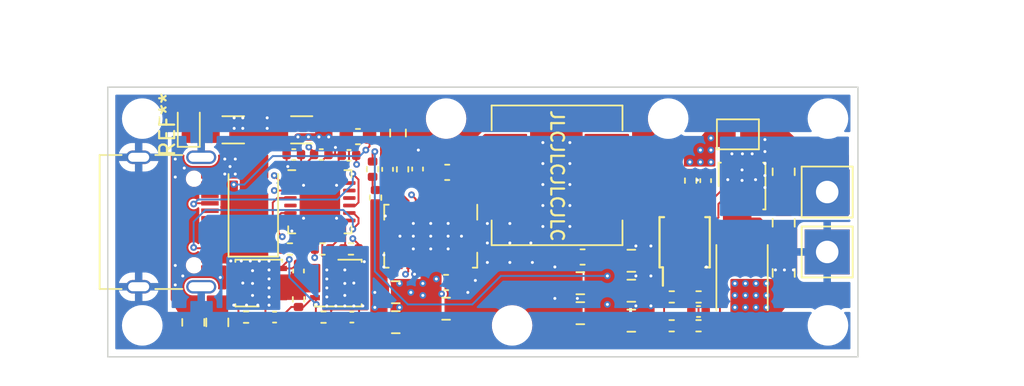
<source format=kicad_pcb>
(kicad_pcb (version 20221018) (generator pcbnew)
  (layers (0 "F.Cu" signal) (1 "In1.Cu" signal) (2 "In2.Cu" signal) (31 "B.Cu" signal) (34 "B.Paste" user) (35 "F.Paste" user) (36 "B.SilkS" user "B.Silkscreen") (37 "F.SilkS" user "F.Silkscreen") (38 "B.Mask" user) (39 "F.Mask" user) (44 "Edge.Cuts" user))
  (net 0 "")
  (net 1 "Net-(C1-Pad1)")
  (net 2 "Net-(U1-CBOOT)")
  (net 3 "GND")
  (net 4 "PVIN")
  (net 5 "Net-(U1-SS{slash}TRK)")
  (net 6 "Net-(U1-FB)")
  (net 7 "Net-(U1-RT)")
  (net 8 "Net-(U1-VCC)")
  (net 9 "Net-(R3-Pad2)")
  (net 10 "/Buck converter/VOUT")
  (net 11 "Net-(J1-SHIELD)")
  (net 12 "Net-(D1-A1)")
  (net 13 "Net-(U2-VCCD)")
  (net 14 "+3V3")
  (net 15 "Net-(C21-Pad1)")
  (net 16 "Net-(Q1-G)")
  (net 17 "Net-(U3-UVLO)")
  (net 18 "Net-(C26-Pad1)")
  (net 19 "Net-(U3-TIMER)")
  (net 20 "Net-(J1-CC1)")
  (net 24 "Net-(J1-CC2)")
  (net 28 "/Output protection/OUT")
  (net 29 "Net-(Q3-G)")
  (net 30 "Net-(U2-HPI_SDA)")
  (net 31 "Net-(U2-HPI_SCL)")
  (net 32 "Net-(U3-OVLO)")
  (net 33 "Net-(U3-PWR)")
  (net 34 "Net-(U3-SENSE)")
  (net 35 "/Buck converter/PGOOD")
  (net 44 "Net-(U2-VBUS_FET_EN)")
  (net 45 "/USB input/FAULT")
  (net 46 "/Output protection/PGOOD")
  (net 47 "Net-(C14-Pad2)")
  (footprint "Capacitor_SMD:C_0402_1005Metric" (layer "F.Cu") (at 112.715 112.27 90)
    (fp_text reference "C21" hide)
    (fp_text value "1uF")
  )
  (footprint "Resistor_SMD:R_0402_1005Metric" (layer "F.Cu") (at 117.85 107.376001 -90)
    (fp_text reference "R1" hide)
    (fp_text value "2.2k")
  )
  (footprint "Capacitor_SMD:C_0805_2012Metric" (layer "F.Cu") (at 145.05 109.05 -90)
    (fp_text reference "C26" hide)
    (fp_text value "10uF")
  )
  (footprint "Resistor_SMD:R_0402_1005Metric" (layer "F.Cu") (at 116.210001 110.8 180)
    (fp_text reference "R12" hide)
    (fp_text value "10k")
  )
  (footprint "Resistor_SMD:R_0402_1005Metric" (layer "F.Cu") (at 117.65 105.476 -90)
    (fp_text reference "R2" hide)
    (fp_text value "33k")
  )
  (footprint "Capacitor_SMD:C_0402_1005Metric" (layer "F.Cu") (at 116.27 115.35 180)
    (fp_text reference "C23" hide)
    (fp_text value "100nF")
  )
  (footprint "Package_SO:MSOP-10_3x3mm_P0.5mm" (layer "F.Cu") (at 138.45 110.35 90)
    (fp_text reference "U3" hide)
    (fp_text value "LM5069")
  )
  (footprint "Resistor_SMD:R_0805_2012Metric" (layer "F.Cu") (at 105.7 115.7 90)
    (fp_text reference "R6" hide)
    (fp_text value "1R")
  )
  (footprint "Resistor_SMD:R_0402_1005Metric" (layer "F.Cu") (at 119.65 105.486 90)
    (fp_text reference "R4" hide)
    (fp_text value "2.4k")
  )
  (footprint "Capacitor_SMD:C_0805_2012Metric" (layer "F.Cu") (at 119.196 115.686 180)
    (fp_text reference "C10" hide)
    (fp_text value "10uF")
  )
  (footprint "Resistor_SMD:R_0402_1005Metric" (layer "F.Cu") (at 139.375 115.925)
    (fp_text reference "R16" hide)
    (fp_text value "20k")
  )
  (footprint "Resistor_SMD:R_0805_2012Metric" (layer "F.Cu") (at 145.05 105.65 -90)
    (fp_text reference "R21" hide)
    (fp_text value "1R")
  )
  (footprint "MountingHole:MountingHole_2.2mm_M2" (layer "F.Cu") (at 126.95 115.9)
    (fp_text reference "REF**" hide)
    (fp_text value "MountingHole_2.2mm_M2")
  )
  (footprint "Package_Texas:WQFN-30-4x6mm-EP2.2x4.6mm_P0.5mm" (layer "F.Cu") (at 121.525999 109.946 -90)
    (fp_text reference "U1" hide)
    (fp_text value "LM73606")
  )
  (footprint "Capacitor_SMD:C_0402_1005Metric" (layer "F.Cu") (at 114.23 104.5)
    (fp_text reference "C19" hide)
    (fp_text value "100nF")
  )
  (footprint "MountingHole:MountingHole_2.2mm_M2" (layer "F.Cu") (at 148 102.1)
    (fp_text reference "REF**" hide)
    (fp_text value "MountingHole_2.2mm_M2")
  )
  (footprint "Package_DFN_FET:DFN-8-FET_3x3mm_P0.65mm" (layer "F.Cu") (at 115.365 113.075)
    (fp_text reference "Q2" hide)
    (fp_text value "AP90P03Q")
  )
  (footprint "Resistor_SMD:R_0402_1005Metric" (layer "F.Cu") (at 138.85 106.24 90)
    (fp_text reference "R17" hide)
    (fp_text value "120k")
  )
  (footprint "Package_DFN_QFN:QFN-24-1EP_4x4mm_P0.5mm_EP2.7x2.7mm" (layer "F.Cu") (at 114.1375 107.65)
    (fp_text reference "U2" hide)
    (fp_text value "CYPD3177")
  )
  (footprint "Capacitor_SMD:C_0603_1608Metric" (layer "F.Cu") (at 131.646 111.335999 180)
    (fp_text reference "C7" hide)
    (fp_text value "470nF")
  )
  (footprint "Capacitor_SMD:C_0402_1005Metric" (layer "F.Cu") (at 139.375 114.975)
    (fp_text reference "C24" hide)
    (fp_text value "100nF")
  )
  (footprint "Resistor_SMD:R_0402_1005Metric" (layer "F.Cu") (at 139.38 114)
    (fp_text reference "R14" hide)
    (fp_text value "12k")
  )
  (footprint "Capacitor_SMD:C_0402_1005Metric" (layer "F.Cu") (at 120.65 105.466 90)
    (fp_text reference "C13" hide)
    (fp_text value "2.2uF")
  )
  (footprint "Capacitor_SMD:C_0805_2012Metric" (layer "F.Cu") (at 131.496 113.086 180)
    (fp_text reference "C2" hide)
    (fp_text value "22uF")
  )
  (footprint "Capacitor_SMD:C_0805_2012Metric" (layer "F.Cu") (at 122.55 114.786)
    (fp_text reference "C9" hide)
    (fp_text value "10uF")
  )
  (footprint "Capacitor_SMD:C_0402_1005Metric" (layer "F.Cu") (at 139.85 106.24 90)
    (fp_text reference "C27" hide)
    (fp_text value "1uF")
  )
  (footprint "Resistor_SMD:R_0402_1005Metric" (layer "F.Cu") (at 112.715 114.159999 -90)
    (fp_text reference "R8" hide)
    (fp_text value "10k")
  )
  (footprint "Jumper:SolderJumper-2_P1.3mm_Open_Pad1.0x1.5mm" (layer "F.Cu") (at 142.000001 103.15)
    (fp_text reference "JP1" hide)
    (fp_text value "Fuse disable")
  )
  (footprint "Resistor_SMD:R_0402_1005Metric" (layer "F.Cu") (at 112.141 110.8 180)
    (fp_text reference "R5" hide)
    (fp_text value "10k")
  )
  (footprint "Capacitor_SMD:C_0402_1005Metric" (layer "F.Cu") (at 116.08 104.55 180)
    (fp_text reference "C18" hide)
    (fp_text value "1uF")
  )
  (footprint "Resistor_SMD:R_2512_6332Metric" (layer "F.Cu") (at 142.275 112.7125 90)
    (fp_text reference "R18" hide)
    (fp_text value "10m")
  )
  (footprint "Capacitor_SMD:C_0402_1005Metric" (layer "F.Cu") (at 112.400001 104.5 180)
    (fp_text reference "C17" hide)
    (fp_text value "1uF")
  )
  (footprint "Resistor_SMD:R_1206_3216Metric" (layer "F.Cu") (at 108.3625 102.85 180)
    (fp_text reference "R7" hide)
    (fp_text value "100k HV")
  )
  (footprint "Resistor_SMD:R_0603_1608Metric" (layer "F.Cu") (at 119.346 103.061 -90)
    (fp_text reference "R3" hide)
    (fp_text value "36k")
  )
  (footprint "Resistor_SMD:R_0402_1005Metric" (layer "F.Cu") (at 137.585 115.925)
    (fp_text reference "R15" hide)
    (fp_text value "120k")
  )
  (footprint "Capacitor_SMD:C_0805_2012Metric" (layer "F.Cu") (at 134.895999 111.585999)
    (fp_text reference "C6" hide)
    (fp_text value "22uF")
  )
  (footprint "LED_SMD:LED_0603_1608Metric" (layer "F.Cu") (at 105.4 102.5 90)
    (fp_text reference "REF**")
    (fp_text value "LED_0603_1608Metric")
  )
  (footprint "Connector_USB:USB_C_Receptacle_Palconn_UTC16-G" (layer "F.Cu") (at 104.3 109 -90)
    (fp_text reference "J1" hide)
    (fp_text value "USB_C_Receptacle_USB2.0")
  )
  (footprint "Capacitor_SMD:C_0603_1608Metric" (layer "F.Cu") (at 122.550001 113.036)
    (fp_text reference "C8" hide)
    (fp_text value "100nF HV")
  )
  (footprint "MountingHole:MountingHole_2.2mm_M2" (layer "F.Cu") (at 102.3 102.1)
    (fp_text reference "REF**" hide)
    (fp_text value "MountingHole_2.2mm_M2")
  )
  (footprint "Inductor_SMD:L_Sunlord_MWSA0804S" (layer "F.Cu") (at 129.946 105.886)
    (fp_text reference "L1" hide)
    (fp_text value "3.3uH")
  )
  (footprint "Capacitor_SMD:C_0603_1608Metric" (layer "F.Cu") (at 116.675 103.3 180)
    (fp_text reference "C16" hide)
    (fp_text value "1uF HV")
  )
  (footprint "Capacitor_SMD:C_0805_2012Metric" (layer "F.Cu") (at 131.496 115.085999 180)
    (fp_text reference "C3" hide)
    (fp_text value "22uF")
  )
  (footprint "Capacitor_SMD:C_0603_1608Metric" (layer "F.Cu") (at 122.625 105.686 180)
    (fp_text reference "C1" hide)
    (fp_text value "470nF")
  )
  (footprint "MountingHole:MountingHole_2.2mm_M2" (layer "F.Cu") (at 122.55 102.1)
    (fp_text reference "REF**" hide)
    (fp_text value "MountingHole_2.2mm_M2")
  )
  (footprint "Resistor_SMD:R_0402_1005Metric" (layer "F.Cu") (at 114.379999 115.35 180)
    (fp_text reference "R10" hide)
    (fp_text value "100k")
  )
  (footprint "Resistor_SMD:R_0402_1005Metric" (layer "F.Cu") (at 109.22 115.35)
    (fp_text reference "R9" hide)
    (fp_text value "100k")
  )
  (footprint "Resistor_SMD:R_0402_1005Metric" (layer "F.Cu") (at 114.31 110.8)
    (fp_text reference "R11" hide)
    (fp_text value "10k")
  )
  (footprint "Capacitor_SMD:C_0805_2012Metric" (layer "F.Cu") (at 134.896 115.586)
    (fp_text reference "C4" hide)
    (fp_text value "22uF")
  )
  (footprint "Diode_SMD:D_SMA" (layer "F.Cu") (at 109.7 107.8 90)
    (fp_text reference "D1" hide)
    (fp_text value "SMAJ22A")
  )
  (footprint "Package_DFN_FET:DFN-8-FET_3x3mm_P0.65mm" (layer "F.Cu") (at 110.065 113.075 180)
    (fp_text reference "Q1" hide)
    (fp_text value "AP90P03Q")
  )
  (footprint "Capacitor_SMD:C_0805_2012Metric" (layer "F.Cu") (at 107.3 115.7 -90)
    (fp_text reference "C14" hide)
    (fp_text value "10uF")
  )
  (footprint "Capacitor_SMD:C_0805_2012Metric" (layer "F.Cu") (at 134.896 113.585999)
    (fp_text reference "C5" hide)
    (fp_text value "22uF")
  )
  (footprint "MountingHole:MountingHole_2.2mm_M2" (layer "F.Cu") (at 102.3 115.9)
    (fp_text reference "REF**" hide)
    (fp_text value "MountingHole_2.2mm_M2")
  )
  (footprint "Resistor_SMD:R_0402_1005Metric" (layer "F.Cu") (at 137.59 114)
    (fp_text reference "R13" hide)
    (fp_text value "50k")
  )
  (footprint "Capacitor_SMD:C_0805_2012Metric" (layer "F.Cu") (at 145.05 112.4 90)
    (fp_text reference "C20" hide)
    (fp_text value "10uF")
  )
  (footprint "Capacitor_SMD:C_0402_1005Metric" (layer "F.Cu") (at 111.12 115.35)
    (fp_text reference "C22" hide)
    (fp_text value "100nF")
  )
  (footprint "Capacitor_SMD:C_0402_1005Metric" (layer "F.Cu") (at 118.65 105.486 90)
    (fp_text reference "C12" hide)
    (fp_text value "22nF")
  )
  (footprint "MountingHole:MountingHole_2.2mm_M2" (layer "F.Cu") (at 148 115.9)
    (fp_text reference "REF**" hide)
    (fp_text value "MountingHole_2.2mm_M2")
  )
  (footprint "Package_DFN_FET:DFN-8-FET_3x3mm_P0.65mm" (layer "F.Cu") (at 142.275 106.6 90)
    (fp_text reference "Q3" hide)
    (fp_text value "NTTFS4C25NTWG")
  )
  (footprint "MountingHole:MountingHole_2.2mm_M2" (layer "F.Cu") (at 137.35 102.1)
    (fp_text reference "REF**" hide)
    (fp_text value "MountingHole_2.2mm_M2")
  )
  (footprint "Capacitor_SMD:C_1206_3216Metric" (layer "F.Cu") (at 112.925 102.85)
    (fp_text reference "C15" hide)
    (fp_text value "1nF")
  )
  (footprint "Capacitor_SMD:C_0805_2012Metric" (layer "F.Cu") (at 119.196001 113.685999 180)
    (fp_text reference "C11" hide)
    (fp_text value "10uF")
  )
  (footprint "TestPoint:TestPoint_THTPad_3.0x3.0mm_Drill1.5mm" (layer "F.Cu") (at 147.95 111)
    (fp_text reference "TP2" hide)
    (fp_text value "OUT-")
  )
  (footprint "TestPoint:TestPoint_THTPad_3.0x3.0mm_Drill1.5mm" (layer "F.Cu") (at 147.95 107)
    (fp_text reference "TP1" hide)
    (fp_text value "OUT+")
  )
  (gr_rect (start 100 100) (end 150 118) (stroke (width 0.1)) (fill none) (layer "Edge.Cuts"))
  (gr_text "JLCJLCJLCJLC" (at 129.45 101.45 270) (layer "F.SilkS") (effects (font (size 0.85 0.85)) (justify left bottom)))
  (segment (start 121.526 105.606) (end 121.546 105.586) (width 0.127) (layer "F.Cu") (net 2))
  (segment (start 121.526 108.121001) (end 121.526 105.606) (width 0.127) (layer "F.Cu") (net 2))
  (segment (start 138.85 105.75) (end 139.3 106.2) (width 0.127) (layer "F.Cu") (net 3))
  (segment (start 139.5 112) (end 139.9 112) (width 0.127) (layer "F.Cu") (net 3))
  (segment (start 114.4 102.85) (end 114.4 102.9) (width 0.25) (layer "F.Cu") (net 3))
  (segment (start 139.475 113.175) (end 139.475 112.575) (width 0.127) (layer "F.Cu") (net 3))
  (segment (start 114.075 103.325) (end 113.375 103.325) (width 0.5) (layer "F.Cu") (net 3))
  (segment (start 113.8875 105.6875) (end 113.8875 105.3125) (width 0.127) (layer "F.Cu") (net 3))
  (segment (start 115.3875 104.5125) (end 115.4 104.5) (width 0.127) (layer "F.Cu") (net 3))
  (segment (start 139.89 115.89) (end 139.925 115.925) (width 0.127) (layer "F.Cu") (net 3))
  (segment (start 115.3875 105.6875) (end 115.3875 104.5125) (width 0.127) (layer "F.Cu") (net 3))
  (segment (start 139.89 114) (end 139.89 115.89) (width 0.127) (layer "F.Cu") (net 3))
  (segment (start 111.920001 105.220001) (end 112 105.3) (width 0.127) (layer "F.Cu") (net 3))
  (segment (start 119.525999 110.806001) (end 119.546 110.786) (width 0.127) (layer "F.Cu") (net 3))
  (segment (start 107.8 104.05) (end 106.85 103.1) (width 0.25) (layer "F.Cu") (net 3))
  (segment (start 116.275 103.25) (end 116.08 103.445) (width 0.127) (layer "F.Cu") (net 3))
  (segment (start 113.375 103.325) (end 112.675 103.325) (width 0.5) (layer "F.Cu") (net 3))
  (segment (start 139.475 112.575) (end 139.45 112.55) (width 0.127) (layer "F.Cu") (net 3))
  (segment (start 114.4 102.9) (end 114 103.3) (width 0.25) (layer "F.Cu") (net 3))
  (segment (start 120.346 104.986) (end 120.346 102.086) (width 0.127) (layer "F.Cu") (net 3))
  (segment (start 139.89 113.59) (end 139.475 113.175) (width 0.127) (layer "F.Cu") (net 3))
  (segment (start 119.525999 111.771) (end 119.525999 110.806001) (width 0.127) (layer "F.Cu") (net 3))
  (segment (start 139.74 105.76) (end 139.3 106.2) (width 0.127) (layer "F.Cu") (net 3))
  (segment (start 111.920001 104.5) (end 111.920001 105.220001) (width 0.127) (layer "F.Cu") (net 3))
  (segment (start 120.525999 111.771) (end 120.525999 112.406001) (width 0.127) (layer "F.Cu") (net 3))
  (segment (start 139.89 114) (end 139.89 113.59) (width 0.127) (layer "F.Cu") (net 3))
  (segment (start 115.15 104.5) (end 115.15 104.05) (width 0.127) (layer "F.Cu") (net 3))
  (segment (start 115.9 103.3) (end 115.175 104.025) (width 0.127) (layer "F.Cu") (net 3))
  (segment (start 115.15 104.05) (end 115.175 104.025) (width 0.127) (layer "F.Cu") (net 3))
  (segment (start 139.45 112.55) (end 139.45 112.05) (width 0.127) (layer "F.Cu") (net 3))
  (segment (start 114.1 103.325) (end 114.325 103.325) (width 0.25) (layer "F.Cu") (net 3))
  (segment (start 139.45 112.05) (end 139.5 112) (width 0.127) (layer "F.Cu") (net 3))
  (segment (start 107.8 104.8) (end 107.8 104.05) (width 0.25) (layer "F.Cu") (net 3))
  (segment (start 139.85 105.76) (end 139.74 105.76) (width 0.127) (layer "F.Cu") (net 3))
  (segment (start 115.6 104.5) (end 115.15 104.5) (width 0.127) (layer "F.Cu") (net 3))
  (segment (start 120.525999 112.406001) (end 120.446 112.486) (width 0.127) (layer "F.Cu") (net 3))
  (segment (start 118.346 105.006) (end 118.346 102.486) (width 0.127) (layer "F.Cu") (net 3))
  (segment (start 115.15 104.5) (end 114.8 104.5) (width 0.127) (layer "F.Cu") (net 3))
  (segment (start 138.85 105.73) (end 138.85 105.75) (width 0.127) (layer "F.Cu") (net 3))
  (segment (start 113.8875 105.3125) (end 114.7 104.5) (width 0.127) (layer "F.Cu") (net 3))
  (segment (start 112.175 108.9) (end 112.175 109.508) (width 0.127) (layer "F.Cu") (net 3))
  (segment (start 112.175 109.508) (end 112.268 109.601) (width 0.127) (layer "F.Cu") (net 3))
  (via (at 118.5 108.6) (size 0.45) (drill 0.2) (layers "F.Cu" "B.Cu") (net 3))
  (via (at 118.4 112) (size 0.45) (drill 0.2) (layers "F.Cu" "B.Cu") (net 3))
  (via (at 126.8 110.4) (size 0.45) (drill 0.2) (layers "F.Cu" "B.Cu") (net 3))
  (via (at 126.8 111.7) (size 0.45) (drill 0.2) (layers "F.Cu" "B.Cu") (net 3))
  (via (at 131.3 114.1) (size 0.45) (drill 0.2) (layers "F.Cu" "B.Cu") (net 3))
  (via (at 113.05 106.55) (size 0.45) (drill 0.2) (layers "F.Cu" "B.Cu") (net 3))
  (via (at 130.8 106.5) (size 0.45) (drill 0.2) (layers "F.Cu" "B.Cu") (net 3))
  (via (at 129 107.9) (size 0.45) (drill 0.2) (layers "F.Cu" "B.Cu") (net 3))
  (via (at 112 105.3) (size 0.45) (drill 0.2) (layers "F.Cu" "B.Cu") (net 3))
  (via (at 107.8 105.8) (size 0.45) (drill 0.2) (layers "F.Cu" "B.Cu") (net 3))
  (via (at 105.1 105.4) (size 0.45) (drill 0.2) (layers "F.Cu" "B.Cu") (net 3))
  (via (at 108.5 104.8) (size 0.45) (drill 0.2) (layers "F.Cu" "B.Cu") (net 3))
  (via (at 135.2 114.6) (size 0.45) (drill 0.2) (layers "F.Cu" "B.Cu") (net 3))
  (via (at 129 109.3) (size 0.45) (drill 0.2) (layers "F.Cu" "B.Cu") (net 3))
  (via (at 125.3 111.7) (size 0.45) (drill 0.2) (layers "F.Cu" "B.Cu") (net 3))
  (via (at 128.2 110.4) (size 0.45) (drill 0.2) (layers "F.Cu" "B.Cu") (net 3))
  (via (at 112.268 109.601) (size 0.45) (drill 0.2) (layers "F.Cu" "B.Cu") (net 3))
  (via (at 129.8 112) (size 0.45) (drill 0.2) (layers "F.Cu" "B.Cu") (net 3))
  (via (at 112.675 103.325) (size 0.45) (drill 0.2) (layers "F.Cu" "B.Cu") (net 3))
  (via (at 130.8 103.7) (size 0.45) (drill 0.2) (layers "F.Cu" "B.Cu") (net 3))
  (via (at 136.2 110.6) (size 0.45) (drill 0.2) (layers "F.Cu" "B.Cu") (net 3))
  (via (at 115.25 106.55) (size 0.45) (drill 0.2) (layers "F.Cu" "B.Cu") (net 3))
  (via (at 130.8 109.3) (size 0.45) (drill 0.2) (layers "F.Cu" "B.Cu") (net 3))
  (via (at 114.075 103.325) (size 0.45) (drill 0.2) (layers "F.Cu" "B.Cu") (net 3))
  (via (at 104.5 111.9) (size 0.45) (drill 0.2) (layers "F.Cu" "B.Cu") (net 3))
  (via (at 107.8 104.8) (size 0.45) (drill 0.2) (layers "F.Cu" "B.Cu") (net 3))
  (via (at 120.446 112.486) (size 0.45) (drill 0.2) (layers "F.Cu" "B.Cu") (net 3))
  (via (at 117.8 114.7) (size 0.45) (drill 0.2) (layers "F.Cu" "B.Cu") (net 3))
  (via (at 104.5 106) (size 0.45) (drill 0.2) (layers "F.Cu" "B.Cu") (net 3))
  (via (at 120.7 104.2) (size 0.45) (drill 0.2) (layers "F.Cu" "B.Cu") (net 3))
  (via (at 145.1 112.2) (size 0.45) (drill 0.2) (layers "F.Cu" "B.Cu") (net 3))
  (via (at 118.4 111.2) (size 0.45) (drill 0.2) (layers "F.Cu" "B.Cu") (net 3))
  (via (at 135.2 112.6) (size 0.45) (drill 0.2) (layers "F.Cu" "B.Cu") (net 3))
  (via (at 108.15 105.3) (size 0.45) (drill 0.2) (layers "F.Cu" "B.Cu") (net 3))
  (via (at 115.25 108.75) (size 0.45) (drill 0.2) (layers "F.Cu" "B.Cu") (net 3))
  (via (at 104.5 104.8) (size 0.45) (drill 0.2) (layers "F.Cu" "B.Cu") (net 3))
  (via (at 129 105.1) (size 0.45) (drill 0.2) (layers "F.Cu" "B.Cu") (net 3))
  (via (at 145.7 112.2) (size 0.45) (drill 0.2) (layers "F.Cu" "B.Cu") (net 3))
  (via (at 130.8 107.9) (size 0.45) (drill 0.2) (layers "F.Cu" "B.Cu") (net 3))
  (via (at 105 112.6) (size 0.45) (drill 0.2) (layers "F.Cu" "B.Cu") (net 3))
  (via (at 139.3 106.2) (size 0.45) (drill 0.2) (layers "F.Cu" "B.Cu") (net 3))
  (via (at 129.8 114.1) (size 0.45) (drill 0.2) (layers "F.Cu" "B.Cu") (net 3))
  (via (at 114.725 103.325) (size 0.45) (drill 0.2) (layers "F.Cu" "B.Cu") (net 3))
  (via (at 125.3 110.4) (size 0.45) (drill 0.2) (layers "F.Cu" "B.Cu") (net 3))
  (via (at 144.5 112.2) (size 0.45) (drill 0.2) (layers "F.Cu" "B.Cu") (net 3))
  (via (at 129 103.7) (size 0.45) (drill 0.2) (layers "F.Cu" "B.Cu") (net 3))
  (via (at 113.05 108.75) (size 0.45) (drill 0.2) (layers "F.Cu" "B.Cu") (net 3))
  (via (at 124.5 112.9) (size 0.45) (drill 0.2) (layers "F.Cu" "B.Cu") (net 3))
  (via (at 126.8 109.1) (size 0.45) (drill 0.2) (layers "F.Cu" "B.Cu") (net 3))
  (via (at 136.2 112.6) (size 0.45) (drill 0.2) (layers "F.Cu" "B.Cu") (net 3))
  (via (at 135.2 110.6) (size 0.45) (drill 0.2) (layers "F.Cu" "B.Cu") (net 3))
  (via (at 125.3 109.1) (size 0.45) (drill 0.2) (layers "F.Cu" "B.Cu") (net 3))
  (via (at 115.175 104.025) (size 0.45) (drill 0.2) (layers "F.Cu" "B.Cu") (net 3))
  (via (at 130.8 105.1) (size 0.45) (drill 0.2) (layers "F.Cu" "B.Cu") (net 3))
  (via (at 108.5 105.8) (size 0.45) (drill 0.2) (layers "F.Cu" "B.Cu") (net 3))
  (via (at 139.9 112) (size 0.45) (drill 0.2) (layers "F.Cu" "B.Cu") (net 3))
  (via (at 129 106.5) (size 0.45) (drill 0.2) (layers "F.Cu" "B.Cu") (net 3))
  (via (at 124 113.7) (size 0.45) (drill 0.2) (layers "F.Cu" "B.Cu") (net 3))
  (via (at 128.3 111.7) (size 0.45) (drill 0.2) (layers "F.Cu" "B.Cu") (net 3))
  (via (at 117.8 113.7) (size 0.45) (drill 0.2) (layers "F.Cu" "B.Cu") (net 3))
  (via (at 107.5 112.7) (size 0.45) (drill 0.2) (layers "F.Cu" "B.Cu") (net 3))
  (via (at 104.5 113.2) (size 0.45) (drill 0.2) (layers "F.Cu" "B.Cu") (net 3))
  (via (at 113.375 103.325) (size 0.45) (drill 0.2) (layers "F.Cu" "B.Cu") (net 3))
  (via (at 136.2 114.6) (size 0.45) (drill 0.2) (layers "F.Cu" "B.Cu") (net 3))
  (segment (start 114.8875 109.6125) (end 114.8875 109.882796) (width 0.127) (layer "F.Cu") (net 4))
  (segment (start 114.3 110.470296) (end 114.3 111.252) (width 0.127) (layer "F.Cu") (net 4))
  (segment (start 116.75 114.85) (end 117 114.6) (width 0.127) (layer "F.Cu") (net 4))
  (segment (start 114.889999 114.910001) (end 115.2 114.6) (width 0.127) (layer "F.Cu") (net 4))
  (segment (start 120.025999 111.771) (end 120.025999 112.306001) (width 0.127) (layer "F.Cu") (net 4))
  (segment (start 114.3 111.252) (end 115.062 112.014) (width 0.127) (layer "F.Cu") (net 4))
  (segment (start 114.8875 109.882796) (end 114.3 110.470296) (width 0.127) (layer "F.Cu") (net 4))
  (segment (start 114.889999 115.35) (end 114.889999 114.910001) (width 0.127) (layer "F.Cu") (net 4))
  (segment (start 120.025999 112.306001) (end 119.846 112.486) (width 0.127) (layer "F.Cu") (net 4))
  (segment (start 116.75 115.35) (end 116.75 114.85) (width 0.127) (layer "F.Cu") (net 4))
  (via (at 114.6 114.6) (size 0.45) (drill 0.2) (layers "F.Cu" "B.Cu") (net 4))
  (via (at 116.4 114.6) (size 0.45) (drill 0.2) (layers "F.Cu" "B.Cu") (net 4))
  (via (at 121 113.9) (size 0.45) (drill 0.2) (layers "F.Cu" "B.Cu") (net 4))
  (via (at 114.6 114) (size 0.45) (drill 0.2) (layers "F.Cu" "B.Cu") (net 4))
  (via (at 122.25 113.8) (size 0.45) (drill 0.2) (layers "F.Cu" "B.Cu") (net 4))
  (via (at 115.8 113.9) (size 0.45) (drill 0.2) (layers "F.Cu" "B.Cu") (net 4))
  (via (at 121.9 112.8) (size 0.45) (drill 0.2) (layers "F.Cu" "B.Cu") (net 4))
  (via (at 115.8 114.6) (size 0.45) (drill 0.2) (layers "F.Cu" "B.Cu") (net 4))
  (via (at 120.2 113.7) (size 0.45) (drill 0.2) (layers "F.Cu" "B.Cu") (net 4))
  (via (at 117.1 111.65) (size 0.45) (drill 0.2) (layers "F.Cu" "B.Cu") (net 4))
  (via (at 119.45 114.7) (size 0.45) (drill 0.2) (layers "F.Cu" "B.Cu") (net 4))
  (via (at 119.45 113.1) (size 0.45) (drill 0.2) (layers "F.Cu" "B.Cu") (net 4))
  (via (at 115.8 113.1) (size 0.45) (drill 0.2) (layers "F.Cu" "B.Cu") (net 4))
  (via (at 114.6 113.4) (size 0.45) (drill 0.2) (layers "F.Cu" "B.Cu") (net 4))
  (via (at 116.4 113.075) (size 0.45) (drill 0.2) (layers "F.Cu" "B.Cu") (net 4))
  (via (at 114.6 112.2) (size 0.45) (drill 0.2) (layers "F.Cu" "B.Cu") (net 4))
  (via (at 115.8 112.2) (size 0.45) (drill 0.2) (layers "F.Cu" "B.Cu") (net 4))
  (via (at 121 113.1) (size 0.45) (drill 0.2) (layers "F.Cu" "B.Cu") (net 4))
  (via (at 114.6 112.8) (size 0.45) (drill 0.2) (layers "F.Cu" "B.Cu") (net 4))
  (via (at 119.846 112.486) (size 0.45) (drill 0.2) (layers "F.Cu" "B.Cu") (net 4))
  (via (at 115.2 114.6) (size 0.45) (drill 0.2) (layers "F.Cu" "B.Cu") (net 4))
  (via (at 117 114.6) (size 0.45) (drill 0.2) (layers "F.Cu" "B.Cu") (net 4))
  (segment (start 119.526 107.566) (end 119.526 108.121) (width 0.127) (layer "F.Cu") (net 5))
  (segment (start 118.75 106.79) (end 119.526 107.566) (width 0.127) (layer "F.Cu") (net 5))
  (segment (start 118.75 105.986001) (end 118.75 106.79) (width 0.127) (layer "F.Cu") (net 5))
  (segment (start 118.226001 106.866001) (end 119.026 107.666) (width 0.127) (layer "F.Cu") (net 6))
  (segment (start 119.026 107.666) (end 119.026 108.121001) (width 0.127) (layer "F.Cu") (net 6))
  (segment (start 117.65 106.866001) (end 117.65 106) (width 0.127) (layer "F.Cu") (net 6))
  (segment (start 117.65 106.866001) (end 118.226001 106.866001) (width 0.127) (layer "F.Cu") (net 6))
  (segment (start 119.65 105.996) (end 119.65 107.19) (width 0.127) (layer "F.Cu") (net 7))
  (segment (start 119.705 107.245) (end 120.046 107.586) (width 0.127) (layer "F.Cu") (net 7))
  (segment (start 120.046 107.586) (end 120.046 107.986) (width 0.127) (layer "F.Cu") (net 7))
  (segment (start 119.65 107.19) (end 119.705 107.245) (width 0.127) (layer "F.Cu") (net 7))
  (segment (start 121.026 106.376) (end 120.65 106) (width 0.127) (layer "F.Cu") (net 8))
  (segment (start 121.026 108.121) (end 121.026 106.376) (width 0.127) (layer "F.Cu") (net 8))
  (segment (start 119.346 104.976) (end 119.346 103.786) (width 0.127) (layer "F.Cu") (net 9))
  (segment (start 137.95 112.55) (end 137.95 113.2) (width 0.127) (layer "F.Cu") (net 10))
  (segment (start 137.95 113.2) (end 137.1 114.05) (width 0.127) (layer "F.Cu") (net 10))
  (segment (start 137.95 112.55) (end 137.95 111.723) (width 0.127) (layer "F.Cu") (net 10))
  (segment (start 117.65 104.45) (end 117.8 104.3) (width 0.127) (layer "F.Cu") (net 10))
  (segment (start 138.173 111.5) (end 140.1 111.5) (width 0.127) (layer "F.Cu") (net 10))
  (segment (start 137.08 114) (end 137.08 115.97) (width 0.127) (layer "F.Cu") (net 10))
  (segment (start 137.95 111.723) (end 138.173 111.5) (width 0.127) (layer "F.Cu") (net 10))
  (segment (start 120.526 108.121001) (end 120.526 107.466) (width 0.127) (layer "F.Cu") (net 10))
  (segment (start 137.1 114.05) (end 137.075 114.05) (width 0.127) (layer "F.Cu") (net 10))
  (segment (start 137.08 115.97) (end 137.075 115.975) (width 0.127) (layer "F.Cu") (net 10))
  (segment (start 140.1 111.5) (end 140.8 112.2) (width 0.127) (layer "F.Cu") (net 10))
  (segment (start 140.8 112.2) (end 140.8 115.5) (width 0.127) (layer "F.Cu") (net 10))
  (segment (start 120.526 107.466) (end 120.246 107.186) (width 0.127) (layer "F.Cu") (net 10))
  (segment (start 117.65 104.966) (end 117.65 104.45) (width 0.127) (layer "F.Cu") (net 10))
  (via (at 143.2 113.1) (size 0.45) (drill 0.2) (layers "F.Cu" "B.Cu") (net 10))
  (via (at 140.2 103.4) (size 0.45) (drill 0.2) (layers "F.Cu" "B.Cu") (net 10))
  (via (at 133.3 112.6) (size 0.45) (drill 0.2) (layers "F.Cu" "B.Cu") (net 10))
  (via (at 139.5 105) (size 0.45) (drill 0.2) (layers "F.Cu" "B.Cu") (net 10))
  (via (at 143.2 113.9) (size 0.45) (drill 0.2) (layers "F.Cu" "B.Cu") (net 10))
  (via (at 143.9 113.9) (size 0.45) (drill 0.2) (layers "F.Cu" "B.Cu") (net 10))
  (via (at 143.2 114.7) (size 0.45) (drill 0.2) (layers "F.Cu" "B.Cu") (net 10))
  (via (at 142.5 113.1) (size 0.45) (drill 0.2) (layers "F.Cu" "B.Cu") (net 10))
  (via (at 138.8 105) (size 0.45) (drill 0.2) (layers "F.Cu" "B.Cu") (net 10))
  (via (at 120.246 107.186) (size 0.45) (drill 0.2) (layers "F.Cu" "B.Cu") (net 10))
  (via (at 133.3 114.5) (size 0.45) (drill 0.2) (layers "F.Cu" "B.Cu") (net 10))
  (via (at 141.8 113.9) (size 0.45) (drill 0.2) (layers "F.Cu" "B.Cu") (net 10))
  (via (at 142.5 114.7) (size 0.45) (drill 0.2) (layers "F.Cu" "B.Cu") (net 10))
  (via (at 143.9 113.1) (size 0.45) (drill 0.2) (layers "F.Cu" "B.Cu") (net 10))
  (via (at 140.2 104.2) (size 0.45) (drill 0.2) (layers "F.Cu" "B.Cu") (net 10))
  (via (at 139.5 104.2) (size 0.45) (drill 0.2) (layers "F.Cu" "B.Cu") (net 10))
  (via (at 141.8 114.7) (size 0.45) (drill 0.2) (layers "F.Cu" "B.Cu") (net 10))
  (via (at 117.8 104.3) (size 0.45) (drill 0.2) (layers "F.Cu" "B.Cu") (net 10))
  (via (at 142.5 113.9) (size 0.45) (drill 0.2) (layers "F.Cu" "B.Cu") (net 10))
  (via (at 140.2 105) (size 0.45) (drill 0.2) (layers "F.Cu" "B.Cu") (net 10))
  (via (at 143.9 114.7) (size 0.45) (drill 0.2) (layers "F.Cu" "B.Cu") (net 10))
  (via (at 141.8 113.1) (size 0.45) (drill 0.2) (layers "F.Cu" "B.Cu") (net 10))
  (segment (start 117.8 112.3) (end 117.95 112.45) (width 0.127) (layer "B.Cu") (net 10))
  (segment (start 120 114.5) (end 124.3 114.5) (width 0.127) (layer "B.Cu") (net 10))
  (segment (start 117.95 112.45) (end 120 114.5) (width 0.127) (layer "B.Cu") (net 10))
  (segment (start 124.3 114.5) (end 126.2 112.6) (width 0.127) (layer "B.Cu") (net 10))
  (segment (start 126.2 112.6) (end 133.3 112.6) (width 0.127) (layer "B.Cu") (net 10))
  (segment (start 117.8 104.3) (end 117.8 112.3) (width 0.127) (layer "B.Cu") (net 10))
  (via (at 109 102.05) (size 0.45) (drill 0.2) (layers "F.Cu" "B.Cu") (net 11))
  (via (at 108.425 102.75) (size 0.45) (drill 0.2) (layers "F.Cu" "B.Cu") (net 11))
  (via (at 110.625 102.75) (size 0.45) (drill 0.2) (layers "F.Cu" "B.Cu") (net 11))
  (via (at 108.425 102.05) (size 0.45) (drill 0.2) (layers "F.Cu" "B.Cu") (net 11))
  (via (at 109 102.75) (size 0.45) (drill 0.2) (layers "F.Cu" "B.Cu") (net 11))
  (via (at 110.625 102.05) (size 0.45) (drill 0.2) (layers "F.Cu" "B.Cu") (net 11))
  (segment (start 110.51 114.31) (end 110.51 114.21) (width 0.127) (layer "F.Cu") (net 12))
  (segment (start 116 106.4) (end 115.8 106.2) (width 0.127) (layer "F.Cu") (net 12))
  (segment (start 110.75 114.55) (end 110.51 114.31) (width 0.127) (layer "F.Cu") (net 12))
  (segment (start 116.1 106.4) (end 116 106.4) (width 0.127) (layer "F.Cu") (net 12))
  (segment (start 116.08 104.22) (end 116.65 103.65) (width 0.127) (layer "F.Cu") (net 12))
  (segment (start 108.71 115.35) (end 108.71 114.09) (width 0.127) (layer "F.Cu") (net 12))
  (segment (start 115.8 106.2) (end 115.8 105.18) (width 0.127) (layer "F.Cu") (net 12))
  (segment (start 108.71 114.09) (end 108.9 113.9) (width 0.127) (layer "F.Cu") (net 12))
  (segment (start 116.08 104.9) (end 116.08 104.22) (width 0.127) (layer "F.Cu") (net 12))
  (segment (start 110.51 114.79) (end 110.75 114.55) (width 0.127) (layer "F.Cu") (net 12))
  (segment (start 116.65 103.65) (end 117.325 103.65) (width 0.127) (layer "F.Cu") (net 12))
  (segment (start 110.51 114.21) (end 110.3 114) (width 0.127) (layer "F.Cu") (net 12))
  (segment (start 117.45 103.95) (end 117.2 104.2) (width 0.127) (layer "F.Cu") (net 12))
  (segment (start 110.51 115.35) (end 110.51 114.79) (width 0.127) (layer "F.Cu") (net 12))
  (segment (start 115.8 105.18) (end 116.08 104.9) (width 0.127) (layer "F.Cu") (net 12))
  (segment (start 117.45 103.3) (end 117.15 103.3) (width 0.127) (layer "F.Cu") (net 12))
  (segment (start 117.45 103.3) (end 117.45 103.95) (width 0.127) (layer "F.Cu") (net 12))
  (via (at 108.4 114.55) (size 0.45) (drill 0.2) (layers "F.Cu" "B.Cu") (net 12))
  (via (at 108.9 111.6) (size 0.45) (drill 0.2) (layers "F.Cu" "B.Cu") (net 12))
  (via (at 110.75 114) (size 0.45) (drill 0.2) (layers "F.Cu" "B.Cu") (net 12))
  (via (at 109 113.075) (size 0.45) (drill 0.2) (layers "F.Cu" "B.Cu") (net 12))
  (via (at 109.25 114.55) (size 0.45) (drill 0.2) (layers "F.Cu" "B.Cu") (net 12))
  (via (at 109.65 113.9) (size 0.45) (drill 0.2) (layers "F.Cu" "B.Cu") (net 12))
  (via (at 110.75 111.6) (size 0.45) (drill 0.2) (layers "F.Cu" "B.Cu") (net 12))
  (via (at 109.65 112.25) (size 0.45) (drill 0.2) (layers "F.Cu" "B.Cu") (net 12))
  (via (at 110.75 112.8) (size 0.45) (drill 0.2) (layers "F.Cu" "B.Cu") (net 12))
  (via (at 109.65 113.1) (size 0.45) (drill 0.2) (layers "F.Cu" "B.Cu") (net 12))
  (via (at 109.5 111.6) (size 0.45) (drill 0.2) (layers "F.Cu" "B.Cu") (net 12))
  (via (at 110.75 112.2) (size 0.45) (drill 0.2) (layers "F.Cu" "B.Cu") (net 12))
  (via (at 108.2 111.6) (size 0.45) (drill 0.2) (layers "F.Cu" "B.Cu") (net 12))
  (via (at 110.1 111.6) (size 0.45) (drill 0.2) (layers "F.Cu" "B.Cu") (net 12))
  (via (at 110.75 114.55) (size 0.45) (drill 0.2) (layers "F.Cu" "B.Cu") (net 12))
  (via (at 117.2 104.2) (size 0.45) (drill 0.2) (layers "F.Cu" "B.Cu") (net 12))
  (via (at 108.4 106.5) (size 0.45) (drill 0.2) (layers "F.Cu" "B.Cu") (net 12))
  (via (at 110.75 113.4) (size 0.45) (drill 0.2) (layers "F.Cu" "B.Cu") (net 12))
  (via (at 110 114.55) (size 0.45) (drill 0.2) (layers "F.Cu" "B.Cu") (net 12))
  (segment (start 108.4 106.5) (end 109.1 106.5) (width 0.127) (layer "B.Cu") (net 12))
  (segment (start 109.1 106.5) (end 111 104.6) (width 0.127) (layer "B.Cu") (net 12))
  (segment (start 111 104.6) (end 116.8 104.6) (width 0.127) (layer "B.Cu") (net 12))
  (segment (start 116.8 104.6) (end 117.2 104.2) (width 0.127) (layer "B.Cu") (net 12))
  (segment (start 112.8875 105.6875) (end 112.8875 104.5125) (width 0.127) (layer "F.Cu") (net 13))
  (segment (start 112.8875 104.5125) (end 112.9 104.5) (width 0.127) (layer "F.Cu") (net 13))
  (segment (start 112.175 106.9) (end 111.1 106.9) (width 0.127) (layer "F.Cu") (net 14))
  (segment (start 116.720001 110.8) (end 116.720001 110.497001) (width 0.127) (layer "F.Cu") (net 14))
  (segment (start 113.75 104.5) (end 113.75 104.45) (width 0.127) (layer "F.Cu") (net 14))
  (segment (start 116.720001 110.497001) (end 116.332 110.109) (width 0.127) (layer "F.Cu") (net 14))
  (segment (start 113.3875 104.9125) (end 113.8 104.5) (width 0.127) (layer "F.Cu") (net 14))
  (segment (start 111.379 109.728) (end 111.633 109.982) (width 0.127) (layer "F.Cu") (net 14))
  (segment (start 113.75 104.5) (end 113.75 104.35) (width 0.127) (layer "F.Cu") (net 14))
  (segment (start 111.6 106.4) (end 111.1 105.9) (width 0.127) (layer "F.Cu") (net 14))
  (segment (start 111.564 108.4) (end 111.379 108.585) (width 0.127) (layer "F.Cu") (net 14))
  (segment (start 113.8 110.8) (end 113.8 111.371) (width 0.127) (layer "F.Cu") (net 14))
  (segment (start 112.175 108.4) (end 111.564 108.4) (width 0.127) (layer "F.Cu") (net 14))
  (segment (start 111.379 108.585) (end 111.379 109.728) (width 0.127) (layer "F.Cu") (net 14))
  (segment (start 113.3875 105.6875) (end 113.3875 104.9125) (width 0.127) (layer "F.Cu") (net 14))
  (segment (start 113.8 111.371) (end 113.792 111.379) (width 0.127) (layer "F.Cu") (net 14))
  (segment (start 113.75 104.35) (end 113.4 104) (width 0.127) (layer "F.Cu") (net 14))
  (segment (start 116.56 104.5) (end 116.56 105.13) (width 0.127) (layer "F.Cu") (net 14))
  (segment (start 116.56 105.13) (end 116.586 105.156) (width 0.127) (layer "F.Cu") (net 14))
  (segment (start 112.175 106.4) (end 111.6 106.4) (width 0.127) (layer "F.Cu") (net 14))
  (via (at 111.1 106.9) (size 0.45) (drill 0.2) (layers "F.Cu" "B.Cu") (net 14))
  (via (at 113.792 111.379) (size 0.45) (drill 0.2) (layers "F.Cu" "B.Cu") (net 14))
  (via (at 111.633 109.982) (size 0.45) (drill 0.2) (layers "F.Cu" "B.Cu") (net 14))
  (via (at 116.586 105.156) (size 0.45) (drill 0.2) (layers "F.Cu" "B.Cu") (net 14))
  (via (at 113.4 104) (size 0.45) (drill 0.2) (layers "F.Cu" "B.Cu") (net 14))
  (via (at 111.1 105.9) (size 0.45) (drill 0.2) (layers "F.Cu" "B.Cu") (net 14))
  (via (at 116.332 110.109) (size 0.45) (drill 0.2) (layers "F.Cu" "B.Cu") (net 14))
  (segment (start 114.4 115.9) (end 113.9 115.4) (width 0.127) (layer "F.Cu") (net 16))
  (segment (start 113.869999 114.095001) (end 113.919 114.046) (width 0.127) (layer "F.Cu") (net 16))
  (segment (start 112.715 114.669999) (end 113.041001 114.669999) (width 0.127) (layer "F.Cu") (net 16))
  (segment (start 112.715 110.81) (end 112.649 110.744) (width 0.127) (layer "F.Cu") (net 16))
  (segment (start 111 115.9) (end 112.230001 114.669999) (width 0.127) (layer "F.Cu") (net 16))
  (segment (start 111.615 112.1) (end 111.615 111.985) (width 0.127) (layer "F.Cu") (net 16))
  (segment (start 112.230001 114.669999) (end 112.715 114.669999) (width 0.127) (layer "F.Cu") (net 16))
  (segment (start 115.24 115.9) (end 114.4 115.9) (width 0.127) (layer "F.Cu") (net 16))
  (segment (start 113.041001 114.669999) (end 113.665 114.046) (width 0.127) (layer "F.Cu") (net 16))
  (segment (start 112.715 111.79) (end 112.715 110.81) (width 0.127) (layer "F.Cu") (net 16))
  (segment (start 113.869999 114.469999) (end 113.869999 114.095001) (width 0.127) (layer "F.Cu") (net 16))
  (segment (start 111.615 111.985) (end 112.1 111.5) (width 0.127) (layer "F.Cu") (net 16))
  (segment (start 112.309 112.1) (end 112.649 111.76) (width 0.127) (layer "F.Cu") (net 16))
  (segment (start 113.869999 115.35) (end 113.869999 114.530001) (width 0.127) (layer "F.Cu") (net 16))
  (segment (start 113.9 114.5) (end 113.869999 114.469999) (width 0.127) (layer "F.Cu") (net 16))
  (segment (start 109.73 115.35) (end 110.28 115.9) (width 0.127) (layer "F.Cu") (net 16))
  (segment (start 111.615 112.1) (end 112.309 112.1) (width 0.127) (layer "F.Cu") (net 16))
  (segment (start 115.79 115.35) (end 115.24 115.9) (width 0.127) (layer "F.Cu") (net 16))
  (segment (start 110.6 115.9) (end 111 115.9) (width 0.127) (layer "F.Cu") (net 16))
  (segment (start 110.28 115.9) (end 110.6 115.9) (width 0.127) (layer "F.Cu") (net 16))
  (segment (start 113.869999 114.530001) (end 113.9 114.5) (width 0.127) (layer "F.Cu") (net 16))
  (via (at 113.9 114.5) (size 0.45) (drill 0.2) (layers "F.Cu" "B.Cu") (net 16))
  (via (at 112.1 111.5) (size 0.45) (drill 0.2) (layers "F.Cu" "B.Cu") (net 16))
  (segment (start 112.1 111.5) (end 112.1 112.7) (width 0.127) (layer "B.Cu") (net 16))
  (segment (start 112.1 112.7) (end 113.9 114.5) (width 0.127) (layer "B.Cu") (net 16))
  (segment (start 138.1 114) (end 138.875 114) (width 0.127) (layer "F.Cu") (net 17))
  (segment (start 138.45 112.55) (end 138.45 113.525) (width 0.127) (layer "F.Cu") (net 17))
  (segment (start 138.92 114.045) (end 138.9 114.025) (width 0.127) (layer "F.Cu") (net 17))
  (segment (start 138.45 113.525) (end 138.85 113.925) (width 0.127) (layer "F.Cu") (net 17))
  (segment (start 138.92 114.975) (end 138.92 114.045) (width 0.127) (layer "F.Cu") (net 17))
  (segment (start 145.05 108.05) (end 145.1 108.1) (width 0.5) (layer "F.Cu") (net 18))
  (segment (start 145.05 106.5625) (end 145.05 108.05) (width 0.5) (layer "F.Cu") (net 18))
  (segment (start 139.45 107.05) (end 139.8 106.7) (width 0.127) (layer "F.Cu") (net 19))
  (segment (start 139.45 108.15) (end 139.45 107.05) (width 0.127) (layer "F.Cu") (net 19))
  (segment (start 106.81 107.75) (end 105.775 107.75) (width 0.127) (layer "F.Cu") (net 20))
  (segment (start 116.1 107.9) (end 116.509 107.9) (width 0.127) (layer "F.Cu") (net 20))
  (segment (start 116.713 106.172) (end 116.332 105.791) (width 0.127) (layer "F.Cu") (net 20))
  (segment (start 116.713 107.696) (end 116.713 106.553) (width 0.127) (layer "F.Cu") (net 20))
  (segment (start 116.509 107.9) (end 116.713 107.696) (width 0.127) (layer "F.Cu") (net 20))
  (segment (start 105.775 107.75) (end 105.725 107.8) (width 0.127) (layer "F.Cu") (net 20))
  (segment (start 116.713 106.553) (end 116.713 106.172) (width 0.127) (layer "F.Cu") (net 20))
  (via (at 105.725 107.8) (size 0.45) (drill 0.2) (layers "F.Cu" "B.Cu") (net 20))
  (via (at 116.332 105.791) (size 0.45) (drill 0.2) (layers "F.Cu" "B.Cu") (net 20))
  (segment (start 116.332 106.468) (end 115.3 107.5) (width 0.127) (layer "B.Cu") (net 20))
  (segment (start 116.332 105.791) (end 116.332 106.468) (width 0.127) (layer "B.Cu") (net 20))
  (segment (start 115.3 107.5) (end 106.025 107.5) (width 0.127) (layer "B.Cu") (net 20))
  (segment (start 106.025 107.5) (end 105.725 107.8) (width 0.127) (layer "B.Cu") (net 20))
  (segment (start 116.370296 108.4) (end 116.713 108.742704) (width 0.127) (layer "F.Cu") (net 24))
  (segment (start 105.775 110.75) (end 105.725 110.7) (width 0.127) (layer "F.Cu") (net 24))
  (segment (start 116.713 109.093) (end 116.332 109.474) (width 0.127) (layer "F.Cu") (net 24))
  (segment (start 106.81 110.75) (end 105.775 110.75) (width 0.127) (layer "F.Cu") (net 24))
  (segment (start 116.713 108.742704) (end 116.713 109.093) (width 0.127) (layer "F.Cu") (net 24))
  (segment (start 116.1 108.4) (end 116.370296 108.4) (width 0.127) (layer "F.Cu") (net 24))
  (via (at 105.725 110.7) (size 0.45) (drill 0.2) (layers "F.Cu" "B.Cu") (net 24))
  (via (at 116.332 109.474) (size 0.45) (drill 0.2) (layers "F.Cu" "B.Cu") (net 24))
  (segment (start 106.5 108.2) (end 105.725 108.975) (width 0.127) (layer "B.Cu") (net 24))
  (segment (start 108.6 108.2) (end 108.225 108.2) (width 0.127) (layer "B.Cu") (net 24))
  (segment (start 115.7 108.2) (end 108.6 108.2) (width 0.127) (layer "B.Cu") (net 24))
  (segment (start 116.332 108.832) (end 115.7 108.2) (width 0.127) (layer "B.Cu") (net 24))
  (segment (start 108.6 108.2) (end 106.5 108.2) (width 0.127) (layer "B.Cu") (net 24))
  (segment (start 105.725 108.975) (end 105.725 110.7) (width 0.127) (layer "B.Cu") (net 24))
  (segment (start 116.332 109.474) (end 116.332 108.832) (width 0.127) (layer "B.Cu") (net 24))
  (segment (start 138.173 109.2) (end 139.7 109.2) (width 0.127) (layer "F.Cu") (net 28))
  (segment (start 140.3 108.6) (end 140.3 107.5) (width 0.127) (layer "F.Cu") (net 28))
  (segment (start 137.95 108.977) (end 138.173 109.2) (width 0.127) (layer "F.Cu") (net 28))
  (segment (start 139.7 109.2) (end 140.3 108.6) (width 0.127) (layer "F.Cu") (net 28))
  (segment (start 137.95 108.15) (end 137.95 108.977) (width 0.127) (layer "F.Cu") (net 28))
  (segment (start 140.3 107.5) (end 141.1 106.7) (width 0.127) (layer "F.Cu") (net 28))
  (via (at 143.8 103.5) (size 0.45) (drill 0.2) (layers "F.Cu" "B.Cu") (net 28))
  (via (at 143.8 106.7) (size 0.45) (drill 0.2) (layers "F.Cu" "B.Cu") (net 28))
  (via (at 143.175 106.175) (size 0.45) (drill 0.2) (layers "F.Cu" "B.Cu") (net 28))
  (via (at 142.95 104.45) (size 0.45) (drill 0.2) (layers "F.Cu" "B.Cu") (net 28))
  (via (at 142.275 106.225) (size 0.45) (drill 0.2) (layers "F.Cu" "B.Cu") (net 28))
  (via (at 143.8 105.1) (size 0.45) (drill 0.2) (layers "F.Cu" "B.Cu") (net 28))
  (via (at 142.275 105.525) (size 0.45) (drill 0.2) (layers "F.Cu" "B.Cu") (net 28))
  (via (at 143.8 105.9) (size 0.45) (drill 0.2) (layers "F.Cu" "B.Cu") (net 28))
  (via (at 142.3 104.45) (size 0.45) (drill 0.2) (layers "F.Cu" "B.Cu") (net 28))
  (via (at 141.6 104.45) (size 0.45) (drill 0.2) (layers "F.Cu" "B.Cu") (net 28))
  (via (at 143.8 104.3) (size 0.45) (drill 0.2) (layers "F.Cu" "B.Cu") (net 28))
  (via (at 141.325 106.175) (size 0.45) (drill 0.2) (layers "F.Cu" "B.Cu") (net 28))
  (segment (start 137.45 108.15) (end 137.45 109.15) (width 0.127) (layer "F.Cu") (net 29))
  (segment (start 143.25 107.919) (end 143.25 108.15) (width 0.127) (layer "F.Cu") (net 29))
  (segment (start 141 107.5) (end 142.831 107.5) (width 0.127) (layer "F.Cu") (net 29))
  (segment (start 139.8 109.6) (end 140.7 108.7) (width 0.127) (layer "F.Cu") (net 29))
  (segment (start 137.9 109.6) (end 139.8 109.6) (width 0.127) (layer "F.Cu") (net 29))
  (segment (start 140.7 107.8) (end 141 107.5) (width 0.127) (layer "F.Cu") (net 29))
  (segment (start 142.831 107.5) (end 143.25 107.919) (width 0.127) (layer "F.Cu") (net 29))
  (segment (start 137.45 109.15) (end 137.9 109.6) (width 0.127) (layer "F.Cu") (net 29))
  (segment (start 140.7 108.7) (end 140.7 107.8) (width 0.127) (layer "F.Cu") (net 29))
  (segment (start 115.3875 110.1645) (end 114.808 110.744) (width 0.127) (layer "F.Cu") (net 30))
  (segment (start 115.3875 109.6125) (end 115.3875 110.1645) (width 0.127) (layer "F.Cu") (net 30))
  (segment (start 116.1 108.9) (end 116.017 108.9) (width 0.127) (layer "F.Cu") (net 31))
  (segment (start 115.824 110.617) (end 115.697 110.744) (width 0.127) (layer "F.Cu") (net 31))
  (segment (start 116.017 108.9) (end 115.824 109.093) (width 0.127) (layer "F.Cu") (net 31))
  (segment (start 115.824 109.093) (end 115.824 110.617) (width 0.127) (layer "F.Cu") (net 31))
  (segment (start 138.865 115.925) (end 138.1 115.925) (width 0.127) (layer "F.Cu") (net 32))
  (segment (start 139.375 115.4) (end 138.85 115.925) (width 0.127) (layer "F.Cu") (net 32))
  (segment (start 138.87 112.63) (end 138.9 112.6) (width 0.127) (layer "F.Cu") (net 32))
  (segment (start 138.95 113.2) (end 139.375 113.625) (width 0.127) (layer "F.Cu") (net 32))
  (segment (start 139.375 113.625) (end 139.375 115.4) (width 0.127) (layer "F.Cu") (net 32))
  (segment (start 138.95 112.55) (end 138.95 113.2) (width 0.127) (layer "F.Cu") (net 32))
  (segment (start 138.95 108.15) (end 138.95 106.75) (width 0.127) (layer "F.Cu") (net 33))
  (segment (start 138.95 106.75) (end 138.9 106.7) (width 0.127) (layer "F.Cu") (net 33))
  (segment (start 141.825 111.2) (end 142.275 110.75) (width 0.127) (layer "F.Cu") (net 34))
  (segment (start 137.45 112.55) (end 137.45 111.75) (width 0.127) (layer "F.Cu") (net 34))
  (segment (start 137.45 111.75) (end 138 111.2) (width 0.127) (layer "F.Cu") (net 34))
  (segment (start 142.275 110.75) (end 142.275 109.7) (width 0.127) (layer "F.Cu") (net 34))
  (segment (start 138 111.2) (end 141.825 111.2) (width 0.127) (layer "F.Cu") (net 34))
  (segment (start 112.175 107.4) (end 111.3 107.4) (width 0.127) (layer "F.Cu") (net 44))
  (segment (start 110.998 108.306704) (end 110.998 110.236) (width 0.127) (layer "F.Cu") (net 44))
  (segment (start 111.3 107.4) (end 110.998 107.702) (width 0.127) (layer "F.Cu") (net 44))
  (segment (start 112.175 107.4) (end 111.904704 107.4) (width 0.127) (layer "F.Cu") (net 44))
  (segment (start 110.998 107.702) (end 110.998 108.306704) (width 0.127) (layer "F.Cu") (net 44))
  (segment (start 110.998 110.236) (end 111.633 110.871) (width 0.127) (layer "F.Cu") (net 44))
  (segment (start 105.65 116.65) (end 105.6 116.6) (width 0.5) (layer "F.Cu") (net 47))
  (segment (start 107.3 116.65) (end 105.65 116.65) (width 0.5) (layer "F.Cu") (net 47))
  (zone (net 3) (net_name "GND") (layer "F.Cu") (priority 14) (connect_pads yes (clearance 0)) (min_thickness 0.127) (fill yes (thermal_gap 0.5) (thermal_bridge_width 0.5))
    (polygon (pts (xy 144.2 109.4) (xy 149.4 109.4) (xy 149.4 112.5) (xy 144.2 112.5)))
  )
  (zone (net 28) (net_name "/Output protection/OUT") (layer "F.Cu") (priority 7) (connect_pads yes (clearance 0)) (min_thickness 0.127) (fill yes (thermal_gap 0.5) (thermal_bridge_width 0.5))
    (polygon (pts (xy 149.4 108.6) (xy 146 108.6) (xy 146 107) (xy 140.8 107) (xy 140.8 104.2) (xy 142.2 104.2) (xy 142.2 102.5) (xy 144.9 102.5) (xy 147 104.5) (xy 149.4 104.5)))
  )
  (zone (net 10) (net_name "/Buck converter/VOUT") (layer "F.Cu") (priority 8) (connect_pads yes (clearance 0)) (min_thickness 0.127) (fill yes (thermal_gap 0.5) (thermal_bridge_width 0.5))
    (polygon (pts (xy 145.8 113.9) (xy 143.9 116.3) (xy 141.5 116.3) (xy 141.5 112.8) (xy 145.8 112.8)))
  )
  (zone (net 11) (net_name "Net-(J1-SHIELD)") (layer "F.Cu") (priority 13) (connect_pads yes (clearance 0)) (min_thickness 0.127) (fill yes (thermal_gap 0.5) (thermal_bridge_width 0.5))
    (polygon (pts (xy 108.1 101.8) (xy 112 101.8) (xy 112 103.9) (xy 108.1 103.9)))
  )
  (zone (net 4) (net_name "PVIN") (layer "F.Cu") (connect_pads thru_hole_only (clearance 0.127)) (min_thickness 0.127) (fill yes (thermal_gap 0.5) (thermal_bridge_width 0.5))
    (polygon (pts (xy 122.246 111.2) (xy 122.246 116.6) (xy 118.846 116.6) (xy 118.846 112.8) (xy 120.846 112.8) (xy 120.846 111.2)))
  )
  (zone (net 34) (net_name "Net-(U3-SENSE)") (layer "F.Cu") (priority 9) (connect_pads yes (clearance 0)) (min_thickness 0.127) (fill yes (thermal_gap 0.5) (thermal_bridge_width 0.5))
    (polygon (pts (xy 141 107.8) (xy 141 110.3) (xy 143.9 110.3) (xy 143.9 109.1) (xy 143.5 108.7) (xy 142.9 108.7) (xy 142.9 107.8)))
  )
  (zone (net 10) (net_name "/Buck converter/VOUT") (layer "F.Cu") (priority 1) (connect_pads yes (clearance 0.127)) (min_thickness 0.127) (fill yes (thermal_gap 0.5) (thermal_bridge_width 0.5))
    (polygon (pts (xy 134.746 103.086) (xy 131.746 103.086) (xy 131.746 116.586) (xy 134.746 116.586)))
  )
  (zone (net 3) (net_name "GND") (layer "F.Cu") (priority 10) (connect_pads yes (clearance 0.127)) (min_thickness 0.127) (fill yes (thermal_gap 0.5) (thermal_bridge_width 0.5))
    (polygon (pts (xy 122.446001 116.586) (xy 122.446 111.086) (xy 118.646 111.086) (xy 118.646 116.586) (xy 117.5 116.586) (xy 117.5 107.486) (xy 118.546 107.486) (xy 118.546 108.786) (xy 128.146 108.786) (xy 128.146 102.986) (xy 124.95 102.986) (xy 123.25 104.7) (xy 118.146 104.7) (xy 118.146 101.286) (xy 136.446 101.286) (xy 136.446 116.586) (xy 134.946 116.586) (xy 134.946 102.986) (xy 131.646 102.986) (xy 131.646 116.586)))
  )
  (zone (net 1) (net_name "Net-(C1-Pad1)") (layer "F.Cu") (priority 2) (connect_pads yes (clearance 0.127)) (min_thickness 0.127) (fill yes (thermal_gap 0.5) (thermal_bridge_width 0.5))
    (polygon (pts (xy 127.946 103.086) (xy 127.946 108.586) (xy 124.346 108.586) (xy 121.846 108.586) (xy 121.846 106.786) (xy 123.445999 104.786) (xy 125.15 103.086)))
  )
  (zone (net 12) (net_name "Net-(D1-A1)") (layer "F.Cu") (priority 3) (connect_pads yes (clearance 0.127)) (min_thickness 0.127) (fill yes (thermal_gap 0.5) (thermal_bridge_width 0.5))
    (polygon (pts (xy 106.1 106.2) (xy 110.7 106.2) (xy 110.7 111.3) (xy 111 111.3) (xy 111 114.8) (xy 106.6 114.8) (xy 106.6 113.9) (xy 108.2 113.9) (xy 108.2 111.8) (xy 106.1 111.8)))
  )
  (zone (net 15) (net_name "Net-(C21-Pad1)") (layer "F.Cu") (priority 4) (connect_pads yes (clearance 0.127)) (min_thickness 0.127) (fill yes (thermal_gap 0.5) (thermal_bridge_width 0.5))
    (polygon (pts (xy 114.2 113.7) (xy 113.2 113.7) (xy 113.2 114.2) (xy 111.2 114.2) (xy 111.2 112.5) (xy 112.2 112.5) (xy 112.2 112.3) (xy 113.2 112.3) (xy 113.2 111.8) (xy 114.2 111.8)))
  )
  (zone (net 3) (net_name "GND") (layer "F.Cu") (priority 5) (connect_pads yes (clearance 0.127)) (min_thickness 0.127) (fill yes (thermal_gap 0.5) (thermal_bridge_width 0.5))
    (polygon (pts (xy 104.2 104.5) (xy 110.7 104.5) (xy 110.7 106.1) (xy 106.1 106.1) (xy 106.1 111.9) (xy 107.9 111.9) (xy 107.9 113.5) (xy 106.3 113.5) (xy 106.3 115.4) (xy 104.9 115.4) (xy 104.2 114.2)))
  )
  (zone (net 10) (net_name "/Buck converter/VOUT") (layer "F.Cu") (priority 12) (connect_pads yes (clearance 0)) (min_thickness 0.127) (fill yes (thermal_gap 0.5) (thermal_bridge_width 0.5))
    (polygon (pts (xy 141.8 102.5) (xy 140.2 102.5) (xy 138.4 104.7) (xy 138.4 105.3) (xy 140.5 105.3) (xy 140.5 104) (xy 141.8 104)))
  )
  (zone (net 4) (net_name "PVIN") (layer "F.Cu") (priority 6) (connect_pads yes (clearance 0)) (min_thickness 0.127) (fill yes (thermal_gap 0.5) (thermal_bridge_width 0.5))
    (polygon (pts (xy 114.3 111.4) (xy 117.4 111.4) (xy 117.4 114.9) (xy 114.3 114.9)))
  )
  (zone (net 3) (net_name "GND") (layer "B.Cu") (priority 15) (connect_pads yes (clearance 0.25)) (min_thickness 0.127) (fill yes (thermal_gap 0.5) (thermal_bridge_width 0.5))
    (polygon (pts (xy 99 99) (xy 150 99) (xy 150 119) (xy 99 119)))
  )
  (zone (net 28) (net_name "/Output protection/OUT") (layer "B.Cu") (priority 18) (connect_pads yes (clearance 0)) (min_thickness 0.127) (fill yes (thermal_gap 0.5) (thermal_bridge_width 0.5))
    (polygon (pts (xy 149.4 108.6) (xy 140.8 108.6) (xy 140.8 103.3) (xy 149.4 103.3)))
  )
  (zone (net 4) (net_name "PVIN") (layer "B.Cu") (priority 17) (connect_pads yes (clearance 0)) (min_thickness 0.127) (fill yes (thermal_gap 0.5) (thermal_bridge_width 0.5))
    (polygon (pts (xy 117.4 114.9) (xy 114.3 114.9) (xy 114.3 110.6) (xy 117.4 110.6)))
  )
  (zone (net 11) (net_name "Net-(J1-SHIELD)") (layer "B.Cu") (priority 25) (connect_pads thru_hole_only (clearance 0)) (min_thickness 0.127) (fill yes (thermal_gap 0.5) (thermal_bridge_width 0.5))
    (polygon (pts (xy 150 100) (xy 100 100) (xy 100 118) (xy 150 118) (xy 150 115) (xy 107 115) (xy 107 113) (xy 105.5 113) (xy 105.5 115) (xy 104 115) (xy 104 103) (xy 105.5 103) (xy 105.5 105) (xy 107 105) (xy 107 103) (xy 150 103)))
  )
  (zone (net 12) (net_name "Net-(D1-A1)") (layer "B.Cu") (priority 16) (connect_pads yes (clearance 0)) (min_thickness 0.127) (fill yes (thermal_gap 0.5) (thermal_bridge_width 0.5))
    (polygon (pts (xy 107.9 111.3) (xy 111.5 111.3) (xy 111.5 114.9) (xy 107.9 114.9)))
  )
)
</source>
